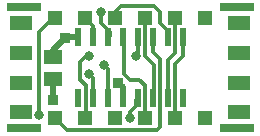
<source format=gbl>
G75*
%MOIN*%
%OFA0B0*%
%FSLAX25Y25*%
%IPPOS*%
%LPD*%
%AMOC8*
5,1,8,0,0,1.08239X$1,22.5*
%
%ADD10R,0.11811X0.02953*%
%ADD11R,0.04500X0.04500*%
%ADD12R,0.02362X0.05906*%
%ADD13R,0.05000X0.05000*%
%ADD14R,0.07500X0.05000*%
%ADD15R,0.05906X0.05118*%
%ADD16C,0.01181*%
%ADD17C,0.03175*%
%ADD18C,0.01969*%
%ADD19R,0.03175X0.03175*%
D10*
X0010906Y0006476D03*
X0081772Y0006476D03*
X0081772Y0046831D03*
X0010906Y0046831D03*
D11*
X0021250Y0043297D03*
X0031250Y0043297D03*
X0041250Y0043297D03*
X0051250Y0043297D03*
X0061250Y0043297D03*
X0071250Y0043297D03*
X0071250Y0009833D03*
X0061250Y0009833D03*
X0051250Y0009833D03*
X0041250Y0009833D03*
X0031250Y0009833D03*
X0021250Y0009833D03*
D12*
X0028839Y0016522D03*
X0033839Y0016522D03*
X0038839Y0016522D03*
X0043839Y0016522D03*
X0048839Y0016522D03*
X0053839Y0016522D03*
X0058839Y0016522D03*
X0063839Y0016522D03*
X0063839Y0036785D03*
X0058839Y0036785D03*
X0053839Y0036785D03*
X0048839Y0036785D03*
X0043839Y0036785D03*
X0038839Y0036785D03*
X0033839Y0036785D03*
X0028839Y0036785D03*
D13*
X0009921Y0041417D03*
X0009921Y0031575D03*
X0009921Y0021732D03*
X0009921Y0011890D03*
X0082756Y0011890D03*
X0082756Y0021732D03*
X0082756Y0031575D03*
X0082756Y0041417D03*
D14*
X0082756Y0041417D03*
X0082756Y0031575D03*
X0082756Y0021732D03*
X0082756Y0011890D03*
X0009921Y0011890D03*
X0009921Y0021732D03*
X0009921Y0031575D03*
X0009921Y0041417D03*
D15*
X0020748Y0030394D03*
X0020748Y0022913D03*
D16*
X0029606Y0022717D02*
X0031575Y0020748D01*
X0031575Y0010157D01*
X0031250Y0009833D01*
X0025098Y0005984D02*
X0055197Y0005984D01*
X0056181Y0006969D01*
X0056181Y0029606D01*
X0053839Y0031949D01*
X0053839Y0036785D01*
X0058839Y0036785D02*
X0058839Y0038760D01*
X0056181Y0041417D01*
X0056181Y0045354D01*
X0054213Y0047323D01*
X0043386Y0047323D01*
X0041417Y0045354D01*
X0041417Y0043465D01*
X0041250Y0043297D01*
X0036496Y0041417D02*
X0039449Y0038465D01*
X0039449Y0037395D01*
X0038839Y0036785D01*
X0043839Y0036785D02*
X0044370Y0036254D01*
X0044370Y0024685D01*
X0046339Y0022717D01*
X0049291Y0022717D01*
X0051250Y0020758D01*
X0051250Y0009833D01*
X0046339Y0009921D02*
X0046339Y0011890D01*
X0048307Y0013858D01*
X0048307Y0015991D01*
X0048839Y0016522D01*
X0053839Y0016522D02*
X0054213Y0016896D01*
X0054213Y0027638D01*
X0051250Y0030600D01*
X0051250Y0043297D01*
X0061102Y0043150D02*
X0061250Y0043297D01*
X0061102Y0043150D02*
X0061102Y0031575D01*
X0058839Y0029311D01*
X0058839Y0016522D01*
X0061250Y0009833D02*
X0061250Y0027785D01*
X0064055Y0030591D01*
X0064055Y0036569D01*
X0063839Y0036785D01*
X0048839Y0036785D02*
X0048839Y0031122D01*
X0048307Y0030591D01*
X0038839Y0026280D02*
X0037480Y0027638D01*
X0038839Y0026280D02*
X0038839Y0016522D01*
X0033839Y0016522D02*
X0033839Y0023406D01*
X0032559Y0024685D01*
X0029606Y0022717D02*
X0029606Y0028622D01*
X0031575Y0030591D01*
X0032559Y0030591D01*
X0033839Y0036785D02*
X0033839Y0040709D01*
X0031250Y0043297D01*
X0036496Y0041417D02*
X0036496Y0045354D01*
X0021250Y0043297D02*
X0020659Y0043297D01*
X0015827Y0038465D01*
X0015827Y0010906D01*
X0021250Y0009833D02*
X0025098Y0005984D01*
D17*
X0015827Y0010906D03*
X0032559Y0024685D03*
X0037480Y0027638D03*
X0032559Y0030591D03*
X0048307Y0030591D03*
X0036496Y0045354D03*
X0046339Y0009921D03*
D18*
X0043839Y0016522D02*
X0043839Y0020295D01*
X0042402Y0021732D01*
X0020748Y0022913D02*
X0020748Y0015827D01*
X0020748Y0030394D02*
X0020748Y0032559D01*
X0024685Y0036496D01*
X0024974Y0036785D01*
X0028839Y0036785D01*
D19*
X0024685Y0036496D03*
X0042402Y0021732D03*
X0020748Y0015827D03*
M02*

</source>
